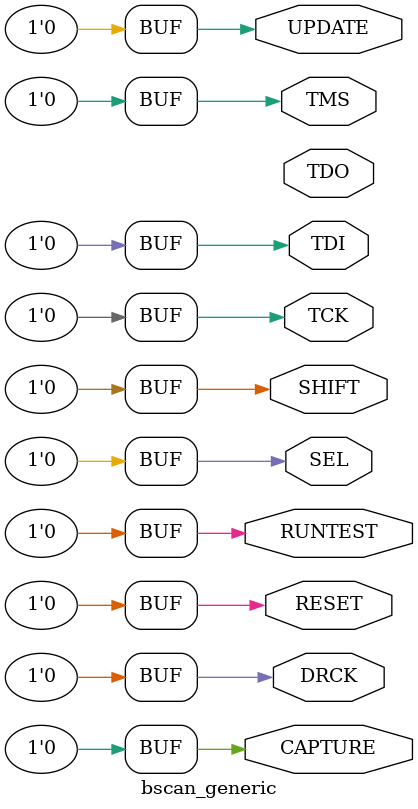
<source format=sv>
module clock_buffer_generic(input ing, output outg);

`ifdef FPGA
   
BUFH (.I(ing), .O(outg));

`else

   assign outg = ing;
   
`endif
   
endmodule // clock_buffer_generic

module io_buffer_generic(inout inoutg, output outg, input ing, input ctrl);

`ifdef FPGA
   
   IOBUF #(
      .DRIVE(12), // Specify the output drive strength
      .IBUF_LOW_PWR("TRUE"),  // Low Power - "TRUE", High Performance = "FALSE" 
      .IOSTANDARD("DEFAULT"), // Specify the I/O standard
      .SLEW("SLOW") // Specify the output slew rate
   ) IOBUF_inst (
      .O(outg),     // Buffer output
      .IO(inoutg),   // Buffer inout port (connect directly to top-level port)
      .I(ing),     // Buffer input
      .T(ctrl)      // 3-state enable input, high=input, low=output
   );

`else

   assign outg = inoutg;
   assign inoutg = ctrl ? 1'bz : ing;
   
`endif
   
endmodule // clock_buffer_generic

module io_buffer_fast(inout inoutg, output outg, input ing, input ctrl);

`ifdef FPGA
   
   IOBUF #(
      .DRIVE(24), // Specify the output drive strength
      .IBUF_LOW_PWR("FALSE"),  // Low Power - "TRUE", High Performance = "FALSE" 
      .IOSTANDARD("LVTTL"), // Specify the I/O standard
      .SLEW("FAST") // Specify the output slew rate
   ) IOBUF_inst (
      .O(outg),     // Buffer output
      .IO(inoutg),   // Buffer inout port (connect directly to top-level port)
      .I(ing),     // Buffer input
      .T(ctrl)      // 3-state enable input, high=input, low=output
   );

`else

   assign outg = inoutg;
   assign inoutg = ctrl ? 1'bz : ing;
   
`endif
   
endmodule // clock_buffer_generic

module oddr_buffer_generic(output outg, input ing);

`ifdef FPGA
   
  ODDR #(
    .DDR_CLK_EDGE("OPPOSITE_EDGE"),
    .INIT(1'b0),
    .IS_C_INVERTED(1'b0),
    .IS_D1_INVERTED(1'b0),
    .IS_D2_INVERTED(1'b0),
    .SRTYPE("SYNC")) 
    refclk_inst
       (.C(ing),
        .CE(1'b1),
        .D1(1'b1),
        .D2(1'b0),
        .Q(outg),
        .R(1'b0),
        .S( ));

`else

   assign outg = ing;
   
`endif
   
endmodule // clock_buffer_generic

module bscan_generic #(
    parameter JTAG_CHAIN = 1
 )
(output CAPTURE, DRCK, RESET, RUNTEST, SEL, SHIFT, TCK, TDI, TMS, UPDATE, output TDO);

`ifdef FPGA
   
   BSCANE2 #(
      .JTAG_CHAIN(JTAG_CHAIN)  // Value for USER command.
   )
   BSCANE2_inst (
      .CAPTURE(CAPTURE), // 1-bit output: CAPTURE output from TAP controller.
      .DRCK(DRCK),       // 1-bit output: Gated TCK output. When SEL is asserted, DRCK toggles when CAPTURE or
                         // SHIFT are asserted.

      .RESET(RESET),     // 1-bit output: Reset output for TAP controller.
      .RUNTEST(RUNTEST), // 1-bit output: Output asserted when TAP controller is in Run Test/Idle state.
      .SEL(SEL),         // 1-bit output: USER instruction active output.
      .SHIFT(SHIFT),     // 1-bit output: SHIFT output from TAP controller.
      .TCK(TCK_unbuf),   // 1-bit output: Test Clock output. Fabric connection to TAP Clock pin.
      .TDI(TDI),         // 1-bit output: Test Data Input (TDI) output from TAP controller.
      .TMS(TMS),         // 1-bit output: Test Mode Select output. Fabric connection to TAP.
      .UPDATE(UPDATE),   // 1-bit output: UPDATE output from TAP controller
      .TDO(TDO)    // 1-bit input: Test Data Output (TDO) input for USER function.
   );

`else // !`ifdef FPGA

assign {CAPTURE, DRCK, RESET, RUNTEST, SEL, SHIFT, TCK, TDI, TMS, UPDATE} = 'b0;
   
`endif //  `ifdef FPGA

endmodule // bscan_generic

</source>
